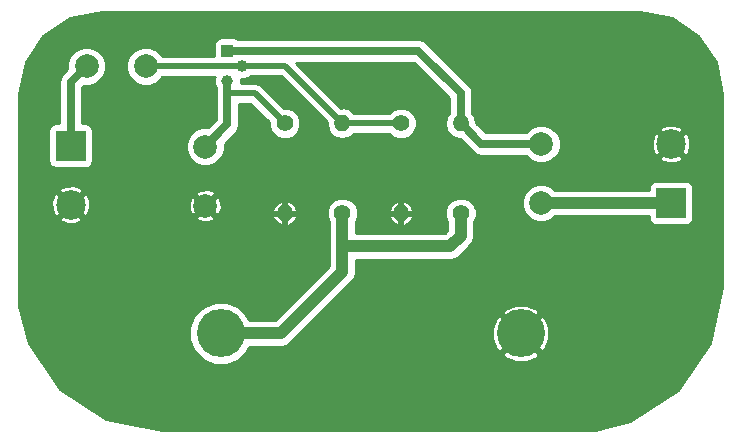
<source format=gbr>
G04 #@! TF.FileFunction,Copper,L2,Bot,Signal*
%FSLAX46Y46*%
G04 Gerber Fmt 4.6, Leading zero omitted, Abs format (unit mm)*
G04 Created by KiCad (PCBNEW 4.0.6) date 05/20/17 00:50:32*
%MOMM*%
%LPD*%
G01*
G04 APERTURE LIST*
%ADD10C,0.100000*%
%ADD11C,4.064000*%
%ADD12R,2.500000X2.500000*%
%ADD13C,2.500000*%
%ADD14C,1.000000*%
%ADD15R,1.000000X1.000000*%
%ADD16C,1.400000*%
%ADD17O,1.400000X1.400000*%
%ADD18C,2.000000*%
%ADD19C,0.700000*%
%ADD20C,0.500000*%
%ADD21C,1.000000*%
%ADD22C,0.250000*%
G04 APERTURE END LIST*
D10*
D11*
X154940000Y-104140000D03*
D12*
X116825000Y-88250000D03*
D13*
X116825000Y-93250000D03*
D12*
X167650000Y-93100000D03*
D13*
X167650000Y-88100000D03*
D14*
X131370000Y-81505000D03*
X130100000Y-82775000D03*
D15*
X130100000Y-80235000D03*
D16*
X144780000Y-86360000D03*
D17*
X144780000Y-93980000D03*
D16*
X149860000Y-93980000D03*
D17*
X149860000Y-86360000D03*
D16*
X134950000Y-86360000D03*
D17*
X134950000Y-93980000D03*
D16*
X139825000Y-93980000D03*
D17*
X139825000Y-86360000D03*
D11*
X129540000Y-104140000D03*
D18*
X118175000Y-81525000D03*
X123175000Y-81525000D03*
X128225000Y-88325000D03*
X128225000Y-93325000D03*
X156675000Y-88100000D03*
X156675000Y-93100000D03*
D19*
X116825000Y-88250000D02*
X116825000Y-82875000D01*
X116825000Y-82875000D02*
X118175000Y-81525000D01*
D20*
X144780000Y-86360000D02*
X139825000Y-86360000D01*
X131370000Y-81505000D02*
X134970000Y-81505000D01*
X134970000Y-81505000D02*
X139825000Y-86360000D01*
X123175000Y-81525000D02*
X131350000Y-81525000D01*
X131350000Y-81525000D02*
X131370000Y-81505000D01*
D19*
X130100000Y-86450000D02*
X130100000Y-83820000D01*
X130100000Y-83820000D02*
X130100000Y-82775000D01*
D20*
X132410000Y-83820000D02*
X130100000Y-83820000D01*
X134950000Y-86360000D02*
X132410000Y-83820000D01*
D19*
X128225000Y-88325000D02*
X130100000Y-86450000D01*
X146275000Y-80235000D02*
X149860000Y-83820000D01*
X149860000Y-83820000D02*
X149860000Y-86360000D01*
X130100000Y-80235000D02*
X146275000Y-80235000D01*
X151600000Y-88100000D02*
X149860000Y-86360000D01*
X156675000Y-88100000D02*
X151600000Y-88100000D01*
D21*
X156675000Y-93100000D02*
X167650000Y-93100000D01*
X139825000Y-96780000D02*
X148970000Y-96780000D01*
X148970000Y-96780000D02*
X149860000Y-95890000D01*
X149860000Y-95890000D02*
X149860000Y-93980000D01*
X139825000Y-96780000D02*
X139825000Y-98935000D01*
X139825000Y-93980000D02*
X139825000Y-96780000D01*
X139825000Y-98935000D02*
X134620000Y-104140000D01*
X134620000Y-104140000D02*
X129540000Y-104140000D01*
D22*
G36*
X167739799Y-77446959D02*
X169977713Y-78942284D01*
X171473041Y-81180200D01*
X172012000Y-83889732D01*
X172012000Y-100215791D01*
X170986137Y-104980226D01*
X168252320Y-108935549D01*
X164191450Y-111557494D01*
X161205654Y-112322000D01*
X124526974Y-112322000D01*
X119863543Y-111431765D01*
X115957504Y-108865239D01*
X113318963Y-104981641D01*
X113234666Y-104667776D01*
X126874539Y-104667776D01*
X127279406Y-105647629D01*
X128028428Y-106397959D01*
X129007573Y-106804536D01*
X130067776Y-106805461D01*
X131047629Y-106400594D01*
X131551320Y-105897781D01*
X153364652Y-105897781D01*
X153603841Y-106198534D01*
X154493316Y-106553163D01*
X155450796Y-106540410D01*
X156276159Y-106198534D01*
X156515348Y-105897781D01*
X154940000Y-104322434D01*
X153364652Y-105897781D01*
X131551320Y-105897781D01*
X131797959Y-105651572D01*
X131955156Y-105273000D01*
X134620000Y-105273000D01*
X135053581Y-105186756D01*
X135421152Y-104941152D01*
X136668988Y-103693316D01*
X152526837Y-103693316D01*
X152539590Y-104650796D01*
X152881466Y-105476159D01*
X153182219Y-105715348D01*
X154757566Y-104140000D01*
X155122434Y-104140000D01*
X156697781Y-105715348D01*
X156998534Y-105476159D01*
X157353163Y-104586684D01*
X157340410Y-103629204D01*
X156998534Y-102803841D01*
X156697781Y-102564652D01*
X155122434Y-104140000D01*
X154757566Y-104140000D01*
X153182219Y-102564652D01*
X152881466Y-102803841D01*
X152526837Y-103693316D01*
X136668988Y-103693316D01*
X137980085Y-102382219D01*
X153364652Y-102382219D01*
X154940000Y-103957566D01*
X156515348Y-102382219D01*
X156276159Y-102081466D01*
X155386684Y-101726837D01*
X154429204Y-101739590D01*
X153603841Y-102081466D01*
X153364652Y-102382219D01*
X137980085Y-102382219D01*
X140626152Y-99736152D01*
X140871756Y-99368581D01*
X140958000Y-98935000D01*
X140958000Y-97913000D01*
X148970000Y-97913000D01*
X149403581Y-97826756D01*
X149771152Y-97581152D01*
X150661152Y-96691152D01*
X150906756Y-96323581D01*
X150993000Y-95890000D01*
X150993000Y-94727407D01*
X151192768Y-94246313D01*
X151193231Y-93716013D01*
X151072325Y-93423399D01*
X155041718Y-93423399D01*
X155289803Y-94023812D01*
X155748772Y-94483582D01*
X156348751Y-94732716D01*
X156998399Y-94733282D01*
X157598812Y-94485197D01*
X157851449Y-94233000D01*
X165754599Y-94233000D01*
X165754599Y-94350000D01*
X165798737Y-94584576D01*
X165937372Y-94800019D01*
X166148903Y-94944553D01*
X166400000Y-94995401D01*
X168900000Y-94995401D01*
X169134576Y-94951263D01*
X169350019Y-94812628D01*
X169494553Y-94601097D01*
X169545401Y-94350000D01*
X169545401Y-91850000D01*
X169501263Y-91615424D01*
X169362628Y-91399981D01*
X169151097Y-91255447D01*
X168900000Y-91204599D01*
X166400000Y-91204599D01*
X166165424Y-91248737D01*
X165949981Y-91387372D01*
X165805447Y-91598903D01*
X165754599Y-91850000D01*
X165754599Y-91967000D01*
X157851373Y-91967000D01*
X157601228Y-91716418D01*
X157001249Y-91467284D01*
X156351601Y-91466718D01*
X155751188Y-91714803D01*
X155291418Y-92173772D01*
X155042284Y-92773751D01*
X155041718Y-93423399D01*
X151072325Y-93423399D01*
X150990721Y-93225903D01*
X150616070Y-92850597D01*
X150126313Y-92647232D01*
X149596013Y-92646769D01*
X149105903Y-92849279D01*
X148730597Y-93223930D01*
X148527232Y-93713687D01*
X148526769Y-94243987D01*
X148727000Y-94728581D01*
X148727000Y-95420696D01*
X148500696Y-95647000D01*
X140958000Y-95647000D01*
X140958000Y-94727407D01*
X141146119Y-94274366D01*
X143746074Y-94274366D01*
X143937426Y-94647625D01*
X144257052Y-94919244D01*
X144485636Y-95013913D01*
X144651000Y-94952734D01*
X144651000Y-94109000D01*
X144909000Y-94109000D01*
X144909000Y-94952734D01*
X145074364Y-95013913D01*
X145302948Y-94919244D01*
X145622574Y-94647625D01*
X145813926Y-94274366D01*
X145753496Y-94109000D01*
X144909000Y-94109000D01*
X144651000Y-94109000D01*
X143806504Y-94109000D01*
X143746074Y-94274366D01*
X141146119Y-94274366D01*
X141157768Y-94246313D01*
X141158231Y-93716013D01*
X141145679Y-93685634D01*
X143746074Y-93685634D01*
X143806504Y-93851000D01*
X144651000Y-93851000D01*
X144651000Y-93007266D01*
X144909000Y-93007266D01*
X144909000Y-93851000D01*
X145753496Y-93851000D01*
X145813926Y-93685634D01*
X145622574Y-93312375D01*
X145302948Y-93040756D01*
X145074364Y-92946087D01*
X144909000Y-93007266D01*
X144651000Y-93007266D01*
X144485636Y-92946087D01*
X144257052Y-93040756D01*
X143937426Y-93312375D01*
X143746074Y-93685634D01*
X141145679Y-93685634D01*
X140955721Y-93225903D01*
X140581070Y-92850597D01*
X140091313Y-92647232D01*
X139561013Y-92646769D01*
X139070903Y-92849279D01*
X138695597Y-93223930D01*
X138492232Y-93713687D01*
X138491769Y-94243987D01*
X138692000Y-94728581D01*
X138692000Y-98465696D01*
X134150696Y-103007000D01*
X131955388Y-103007000D01*
X131800594Y-102632371D01*
X131051572Y-101882041D01*
X130072427Y-101475464D01*
X129012224Y-101474539D01*
X128032371Y-101879406D01*
X127282041Y-102628428D01*
X126875464Y-103607573D01*
X126874539Y-104667776D01*
X113234666Y-104667776D01*
X112467628Y-101811880D01*
X112467978Y-94442715D01*
X115814718Y-94442715D01*
X115958456Y-94662163D01*
X116564829Y-94886280D01*
X117210810Y-94861288D01*
X117691544Y-94662163D01*
X117835282Y-94442715D01*
X117729304Y-94336737D01*
X127395697Y-94336737D01*
X127508821Y-94530204D01*
X128024549Y-94712534D01*
X128570794Y-94683624D01*
X128941179Y-94530204D01*
X129054303Y-94336737D01*
X128991932Y-94274366D01*
X133916074Y-94274366D01*
X134107426Y-94647625D01*
X134427052Y-94919244D01*
X134655636Y-95013913D01*
X134821000Y-94952734D01*
X134821000Y-94109000D01*
X135079000Y-94109000D01*
X135079000Y-94952734D01*
X135244364Y-95013913D01*
X135472948Y-94919244D01*
X135792574Y-94647625D01*
X135983926Y-94274366D01*
X135923496Y-94109000D01*
X135079000Y-94109000D01*
X134821000Y-94109000D01*
X133976504Y-94109000D01*
X133916074Y-94274366D01*
X128991932Y-94274366D01*
X128225000Y-93507434D01*
X127395697Y-94336737D01*
X117729304Y-94336737D01*
X116825000Y-93432434D01*
X115814718Y-94442715D01*
X112467978Y-94442715D01*
X112468000Y-93980034D01*
X112467997Y-93980017D01*
X112468000Y-93980000D01*
X112468000Y-92989829D01*
X115188720Y-92989829D01*
X115213712Y-93635810D01*
X115412837Y-94116544D01*
X115632285Y-94260282D01*
X116642566Y-93250000D01*
X117007434Y-93250000D01*
X118017715Y-94260282D01*
X118237163Y-94116544D01*
X118461280Y-93510171D01*
X118446361Y-93124549D01*
X126837466Y-93124549D01*
X126866376Y-93670794D01*
X127019796Y-94041179D01*
X127213263Y-94154303D01*
X128042566Y-93325000D01*
X128407434Y-93325000D01*
X129236737Y-94154303D01*
X129430204Y-94041179D01*
X129555903Y-93685634D01*
X133916074Y-93685634D01*
X133976504Y-93851000D01*
X134821000Y-93851000D01*
X134821000Y-93007266D01*
X135079000Y-93007266D01*
X135079000Y-93851000D01*
X135923496Y-93851000D01*
X135983926Y-93685634D01*
X135792574Y-93312375D01*
X135472948Y-93040756D01*
X135244364Y-92946087D01*
X135079000Y-93007266D01*
X134821000Y-93007266D01*
X134655636Y-92946087D01*
X134427052Y-93040756D01*
X134107426Y-93312375D01*
X133916074Y-93685634D01*
X129555903Y-93685634D01*
X129612534Y-93525451D01*
X129583624Y-92979206D01*
X129430204Y-92608821D01*
X129236737Y-92495697D01*
X128407434Y-93325000D01*
X128042566Y-93325000D01*
X127213263Y-92495697D01*
X127019796Y-92608821D01*
X126837466Y-93124549D01*
X118446361Y-93124549D01*
X118436288Y-92864190D01*
X118237163Y-92383456D01*
X118129998Y-92313263D01*
X127395697Y-92313263D01*
X128225000Y-93142566D01*
X129054303Y-92313263D01*
X128941179Y-92119796D01*
X128425451Y-91937466D01*
X127879206Y-91966376D01*
X127508821Y-92119796D01*
X127395697Y-92313263D01*
X118129998Y-92313263D01*
X118017715Y-92239718D01*
X117007434Y-93250000D01*
X116642566Y-93250000D01*
X115632285Y-92239718D01*
X115412837Y-92383456D01*
X115188720Y-92989829D01*
X112468000Y-92989829D01*
X112468000Y-92057285D01*
X115814718Y-92057285D01*
X116825000Y-93067566D01*
X117835282Y-92057285D01*
X117691544Y-91837837D01*
X117085171Y-91613720D01*
X116439190Y-91638712D01*
X115958456Y-91837837D01*
X115814718Y-92057285D01*
X112468000Y-92057285D01*
X112468000Y-87000000D01*
X114929599Y-87000000D01*
X114929599Y-89500000D01*
X114973737Y-89734576D01*
X115112372Y-89950019D01*
X115323903Y-90094553D01*
X115575000Y-90145401D01*
X118075000Y-90145401D01*
X118309576Y-90101263D01*
X118525019Y-89962628D01*
X118669553Y-89751097D01*
X118720401Y-89500000D01*
X118720401Y-87000000D01*
X118676263Y-86765424D01*
X118537628Y-86549981D01*
X118326097Y-86405447D01*
X118075000Y-86354599D01*
X117808000Y-86354599D01*
X117808000Y-83282172D01*
X117932383Y-83157789D01*
X118498399Y-83158282D01*
X119098812Y-82910197D01*
X119558582Y-82451228D01*
X119807716Y-81851249D01*
X119807718Y-81848399D01*
X121541718Y-81848399D01*
X121789803Y-82448812D01*
X122248772Y-82908582D01*
X122848751Y-83157716D01*
X123498399Y-83158282D01*
X124098812Y-82910197D01*
X124558582Y-82451228D01*
X124576532Y-82408000D01*
X129025597Y-82408000D01*
X128967197Y-82548644D01*
X128966804Y-82999379D01*
X129117000Y-83362883D01*
X129117000Y-86042828D01*
X128467617Y-86692211D01*
X127901601Y-86691718D01*
X127301188Y-86939803D01*
X126841418Y-87398772D01*
X126592284Y-87998751D01*
X126591718Y-88648399D01*
X126839803Y-89248812D01*
X127298772Y-89708582D01*
X127898751Y-89957716D01*
X128548399Y-89958282D01*
X129148812Y-89710197D01*
X129608582Y-89251228D01*
X129857716Y-88651249D01*
X129858212Y-88081960D01*
X130795086Y-87145086D01*
X131008174Y-86826178D01*
X131083000Y-86450000D01*
X131083000Y-84703000D01*
X132044250Y-84703000D01*
X133617073Y-86275824D01*
X133616769Y-86623987D01*
X133819279Y-87114097D01*
X134193930Y-87489403D01*
X134683687Y-87692768D01*
X135213987Y-87693231D01*
X135704097Y-87490721D01*
X136079403Y-87116070D01*
X136282768Y-86626313D01*
X136283231Y-86096013D01*
X136080721Y-85605903D01*
X135706070Y-85230597D01*
X135216313Y-85027232D01*
X134865677Y-85026926D01*
X133034375Y-83195625D01*
X132747910Y-83004214D01*
X132410000Y-82937000D01*
X131232859Y-82937000D01*
X131233120Y-82637881D01*
X131594379Y-82638196D01*
X132010955Y-82466071D01*
X132089162Y-82388000D01*
X134604250Y-82388000D01*
X138501645Y-86285395D01*
X138492000Y-86333885D01*
X138492000Y-86386115D01*
X138593469Y-86896232D01*
X138882427Y-87328688D01*
X139314883Y-87617646D01*
X139825000Y-87719115D01*
X140335117Y-87617646D01*
X140767573Y-87328688D01*
X140824828Y-87243000D01*
X143777957Y-87243000D01*
X144023930Y-87489403D01*
X144513687Y-87692768D01*
X145043987Y-87693231D01*
X145534097Y-87490721D01*
X145909403Y-87116070D01*
X146112768Y-86626313D01*
X146113231Y-86096013D01*
X145910721Y-85605903D01*
X145536070Y-85230597D01*
X145046313Y-85027232D01*
X144516013Y-85026769D01*
X144025903Y-85229279D01*
X143777749Y-85477000D01*
X140824828Y-85477000D01*
X140767573Y-85391312D01*
X140335117Y-85102354D01*
X139825000Y-85000885D01*
X139732946Y-85019196D01*
X135931750Y-81218000D01*
X145867828Y-81218000D01*
X148877000Y-84227172D01*
X148877000Y-85451815D01*
X148628469Y-85823768D01*
X148527000Y-86333885D01*
X148527000Y-86386115D01*
X148628469Y-86896232D01*
X148917427Y-87328688D01*
X149349883Y-87617646D01*
X149821231Y-87711403D01*
X150904914Y-88795086D01*
X151223822Y-89008174D01*
X151600000Y-89083000D01*
X155348888Y-89083000D01*
X155748772Y-89483582D01*
X156348751Y-89732716D01*
X156998399Y-89733282D01*
X157598812Y-89485197D01*
X157791629Y-89292715D01*
X166639718Y-89292715D01*
X166783456Y-89512163D01*
X167389829Y-89736280D01*
X168035810Y-89711288D01*
X168516544Y-89512163D01*
X168660282Y-89292715D01*
X167650000Y-88282434D01*
X166639718Y-89292715D01*
X157791629Y-89292715D01*
X158058582Y-89026228D01*
X158307716Y-88426249D01*
X158308226Y-87839829D01*
X166013720Y-87839829D01*
X166038712Y-88485810D01*
X166237837Y-88966544D01*
X166457285Y-89110282D01*
X167467566Y-88100000D01*
X167832434Y-88100000D01*
X168842715Y-89110282D01*
X169062163Y-88966544D01*
X169286280Y-88360171D01*
X169261288Y-87714190D01*
X169062163Y-87233456D01*
X168842715Y-87089718D01*
X167832434Y-88100000D01*
X167467566Y-88100000D01*
X166457285Y-87089718D01*
X166237837Y-87233456D01*
X166013720Y-87839829D01*
X158308226Y-87839829D01*
X158308282Y-87776601D01*
X158060197Y-87176188D01*
X157791763Y-86907285D01*
X166639718Y-86907285D01*
X167650000Y-87917566D01*
X168660282Y-86907285D01*
X168516544Y-86687837D01*
X167910171Y-86463720D01*
X167264190Y-86488712D01*
X166783456Y-86687837D01*
X166639718Y-86907285D01*
X157791763Y-86907285D01*
X157601228Y-86716418D01*
X157001249Y-86467284D01*
X156351601Y-86466718D01*
X155751188Y-86714803D01*
X155348289Y-87117000D01*
X152007172Y-87117000D01*
X151185288Y-86295116D01*
X151091531Y-85823768D01*
X150843000Y-85451815D01*
X150843000Y-83820000D01*
X150768174Y-83443822D01*
X150555086Y-83124914D01*
X146970086Y-79539914D01*
X146651178Y-79326826D01*
X146275000Y-79252000D01*
X131014359Y-79252000D01*
X130851097Y-79140447D01*
X130600000Y-79089599D01*
X129600000Y-79089599D01*
X129365424Y-79133737D01*
X129149981Y-79272372D01*
X129005447Y-79483903D01*
X128954599Y-79735000D01*
X128954599Y-80642000D01*
X124577060Y-80642000D01*
X124560197Y-80601188D01*
X124101228Y-80141418D01*
X123501249Y-79892284D01*
X122851601Y-79891718D01*
X122251188Y-80139803D01*
X121791418Y-80598772D01*
X121542284Y-81198751D01*
X121541718Y-81848399D01*
X119807718Y-81848399D01*
X119808282Y-81201601D01*
X119560197Y-80601188D01*
X119101228Y-80141418D01*
X118501249Y-79892284D01*
X117851601Y-79891718D01*
X117251188Y-80139803D01*
X116791418Y-80598772D01*
X116542284Y-81198751D01*
X116541788Y-81768040D01*
X116129914Y-82179914D01*
X115916826Y-82498822D01*
X115842000Y-82875000D01*
X115842000Y-86354599D01*
X115575000Y-86354599D01*
X115340424Y-86398737D01*
X115124981Y-86537372D01*
X114980447Y-86748903D01*
X114929599Y-87000000D01*
X112468000Y-87000000D01*
X112468000Y-83889732D01*
X113006959Y-81180201D01*
X114502284Y-78942287D01*
X116740200Y-77446959D01*
X119449732Y-76908000D01*
X165030268Y-76908000D01*
X167739799Y-77446959D01*
X167739799Y-77446959D01*
G37*
X167739799Y-77446959D02*
X169977713Y-78942284D01*
X171473041Y-81180200D01*
X172012000Y-83889732D01*
X172012000Y-100215791D01*
X170986137Y-104980226D01*
X168252320Y-108935549D01*
X164191450Y-111557494D01*
X161205654Y-112322000D01*
X124526974Y-112322000D01*
X119863543Y-111431765D01*
X115957504Y-108865239D01*
X113318963Y-104981641D01*
X113234666Y-104667776D01*
X126874539Y-104667776D01*
X127279406Y-105647629D01*
X128028428Y-106397959D01*
X129007573Y-106804536D01*
X130067776Y-106805461D01*
X131047629Y-106400594D01*
X131551320Y-105897781D01*
X153364652Y-105897781D01*
X153603841Y-106198534D01*
X154493316Y-106553163D01*
X155450796Y-106540410D01*
X156276159Y-106198534D01*
X156515348Y-105897781D01*
X154940000Y-104322434D01*
X153364652Y-105897781D01*
X131551320Y-105897781D01*
X131797959Y-105651572D01*
X131955156Y-105273000D01*
X134620000Y-105273000D01*
X135053581Y-105186756D01*
X135421152Y-104941152D01*
X136668988Y-103693316D01*
X152526837Y-103693316D01*
X152539590Y-104650796D01*
X152881466Y-105476159D01*
X153182219Y-105715348D01*
X154757566Y-104140000D01*
X155122434Y-104140000D01*
X156697781Y-105715348D01*
X156998534Y-105476159D01*
X157353163Y-104586684D01*
X157340410Y-103629204D01*
X156998534Y-102803841D01*
X156697781Y-102564652D01*
X155122434Y-104140000D01*
X154757566Y-104140000D01*
X153182219Y-102564652D01*
X152881466Y-102803841D01*
X152526837Y-103693316D01*
X136668988Y-103693316D01*
X137980085Y-102382219D01*
X153364652Y-102382219D01*
X154940000Y-103957566D01*
X156515348Y-102382219D01*
X156276159Y-102081466D01*
X155386684Y-101726837D01*
X154429204Y-101739590D01*
X153603841Y-102081466D01*
X153364652Y-102382219D01*
X137980085Y-102382219D01*
X140626152Y-99736152D01*
X140871756Y-99368581D01*
X140958000Y-98935000D01*
X140958000Y-97913000D01*
X148970000Y-97913000D01*
X149403581Y-97826756D01*
X149771152Y-97581152D01*
X150661152Y-96691152D01*
X150906756Y-96323581D01*
X150993000Y-95890000D01*
X150993000Y-94727407D01*
X151192768Y-94246313D01*
X151193231Y-93716013D01*
X151072325Y-93423399D01*
X155041718Y-93423399D01*
X155289803Y-94023812D01*
X155748772Y-94483582D01*
X156348751Y-94732716D01*
X156998399Y-94733282D01*
X157598812Y-94485197D01*
X157851449Y-94233000D01*
X165754599Y-94233000D01*
X165754599Y-94350000D01*
X165798737Y-94584576D01*
X165937372Y-94800019D01*
X166148903Y-94944553D01*
X166400000Y-94995401D01*
X168900000Y-94995401D01*
X169134576Y-94951263D01*
X169350019Y-94812628D01*
X169494553Y-94601097D01*
X169545401Y-94350000D01*
X169545401Y-91850000D01*
X169501263Y-91615424D01*
X169362628Y-91399981D01*
X169151097Y-91255447D01*
X168900000Y-91204599D01*
X166400000Y-91204599D01*
X166165424Y-91248737D01*
X165949981Y-91387372D01*
X165805447Y-91598903D01*
X165754599Y-91850000D01*
X165754599Y-91967000D01*
X157851373Y-91967000D01*
X157601228Y-91716418D01*
X157001249Y-91467284D01*
X156351601Y-91466718D01*
X155751188Y-91714803D01*
X155291418Y-92173772D01*
X155042284Y-92773751D01*
X155041718Y-93423399D01*
X151072325Y-93423399D01*
X150990721Y-93225903D01*
X150616070Y-92850597D01*
X150126313Y-92647232D01*
X149596013Y-92646769D01*
X149105903Y-92849279D01*
X148730597Y-93223930D01*
X148527232Y-93713687D01*
X148526769Y-94243987D01*
X148727000Y-94728581D01*
X148727000Y-95420696D01*
X148500696Y-95647000D01*
X140958000Y-95647000D01*
X140958000Y-94727407D01*
X141146119Y-94274366D01*
X143746074Y-94274366D01*
X143937426Y-94647625D01*
X144257052Y-94919244D01*
X144485636Y-95013913D01*
X144651000Y-94952734D01*
X144651000Y-94109000D01*
X144909000Y-94109000D01*
X144909000Y-94952734D01*
X145074364Y-95013913D01*
X145302948Y-94919244D01*
X145622574Y-94647625D01*
X145813926Y-94274366D01*
X145753496Y-94109000D01*
X144909000Y-94109000D01*
X144651000Y-94109000D01*
X143806504Y-94109000D01*
X143746074Y-94274366D01*
X141146119Y-94274366D01*
X141157768Y-94246313D01*
X141158231Y-93716013D01*
X141145679Y-93685634D01*
X143746074Y-93685634D01*
X143806504Y-93851000D01*
X144651000Y-93851000D01*
X144651000Y-93007266D01*
X144909000Y-93007266D01*
X144909000Y-93851000D01*
X145753496Y-93851000D01*
X145813926Y-93685634D01*
X145622574Y-93312375D01*
X145302948Y-93040756D01*
X145074364Y-92946087D01*
X144909000Y-93007266D01*
X144651000Y-93007266D01*
X144485636Y-92946087D01*
X144257052Y-93040756D01*
X143937426Y-93312375D01*
X143746074Y-93685634D01*
X141145679Y-93685634D01*
X140955721Y-93225903D01*
X140581070Y-92850597D01*
X140091313Y-92647232D01*
X139561013Y-92646769D01*
X139070903Y-92849279D01*
X138695597Y-93223930D01*
X138492232Y-93713687D01*
X138491769Y-94243987D01*
X138692000Y-94728581D01*
X138692000Y-98465696D01*
X134150696Y-103007000D01*
X131955388Y-103007000D01*
X131800594Y-102632371D01*
X131051572Y-101882041D01*
X130072427Y-101475464D01*
X129012224Y-101474539D01*
X128032371Y-101879406D01*
X127282041Y-102628428D01*
X126875464Y-103607573D01*
X126874539Y-104667776D01*
X113234666Y-104667776D01*
X112467628Y-101811880D01*
X112467978Y-94442715D01*
X115814718Y-94442715D01*
X115958456Y-94662163D01*
X116564829Y-94886280D01*
X117210810Y-94861288D01*
X117691544Y-94662163D01*
X117835282Y-94442715D01*
X117729304Y-94336737D01*
X127395697Y-94336737D01*
X127508821Y-94530204D01*
X128024549Y-94712534D01*
X128570794Y-94683624D01*
X128941179Y-94530204D01*
X129054303Y-94336737D01*
X128991932Y-94274366D01*
X133916074Y-94274366D01*
X134107426Y-94647625D01*
X134427052Y-94919244D01*
X134655636Y-95013913D01*
X134821000Y-94952734D01*
X134821000Y-94109000D01*
X135079000Y-94109000D01*
X135079000Y-94952734D01*
X135244364Y-95013913D01*
X135472948Y-94919244D01*
X135792574Y-94647625D01*
X135983926Y-94274366D01*
X135923496Y-94109000D01*
X135079000Y-94109000D01*
X134821000Y-94109000D01*
X133976504Y-94109000D01*
X133916074Y-94274366D01*
X128991932Y-94274366D01*
X128225000Y-93507434D01*
X127395697Y-94336737D01*
X117729304Y-94336737D01*
X116825000Y-93432434D01*
X115814718Y-94442715D01*
X112467978Y-94442715D01*
X112468000Y-93980034D01*
X112467997Y-93980017D01*
X112468000Y-93980000D01*
X112468000Y-92989829D01*
X115188720Y-92989829D01*
X115213712Y-93635810D01*
X115412837Y-94116544D01*
X115632285Y-94260282D01*
X116642566Y-93250000D01*
X117007434Y-93250000D01*
X118017715Y-94260282D01*
X118237163Y-94116544D01*
X118461280Y-93510171D01*
X118446361Y-93124549D01*
X126837466Y-93124549D01*
X126866376Y-93670794D01*
X127019796Y-94041179D01*
X127213263Y-94154303D01*
X128042566Y-93325000D01*
X128407434Y-93325000D01*
X129236737Y-94154303D01*
X129430204Y-94041179D01*
X129555903Y-93685634D01*
X133916074Y-93685634D01*
X133976504Y-93851000D01*
X134821000Y-93851000D01*
X134821000Y-93007266D01*
X135079000Y-93007266D01*
X135079000Y-93851000D01*
X135923496Y-93851000D01*
X135983926Y-93685634D01*
X135792574Y-93312375D01*
X135472948Y-93040756D01*
X135244364Y-92946087D01*
X135079000Y-93007266D01*
X134821000Y-93007266D01*
X134655636Y-92946087D01*
X134427052Y-93040756D01*
X134107426Y-93312375D01*
X133916074Y-93685634D01*
X129555903Y-93685634D01*
X129612534Y-93525451D01*
X129583624Y-92979206D01*
X129430204Y-92608821D01*
X129236737Y-92495697D01*
X128407434Y-93325000D01*
X128042566Y-93325000D01*
X127213263Y-92495697D01*
X127019796Y-92608821D01*
X126837466Y-93124549D01*
X118446361Y-93124549D01*
X118436288Y-92864190D01*
X118237163Y-92383456D01*
X118129998Y-92313263D01*
X127395697Y-92313263D01*
X128225000Y-93142566D01*
X129054303Y-92313263D01*
X128941179Y-92119796D01*
X128425451Y-91937466D01*
X127879206Y-91966376D01*
X127508821Y-92119796D01*
X127395697Y-92313263D01*
X118129998Y-92313263D01*
X118017715Y-92239718D01*
X117007434Y-93250000D01*
X116642566Y-93250000D01*
X115632285Y-92239718D01*
X115412837Y-92383456D01*
X115188720Y-92989829D01*
X112468000Y-92989829D01*
X112468000Y-92057285D01*
X115814718Y-92057285D01*
X116825000Y-93067566D01*
X117835282Y-92057285D01*
X117691544Y-91837837D01*
X117085171Y-91613720D01*
X116439190Y-91638712D01*
X115958456Y-91837837D01*
X115814718Y-92057285D01*
X112468000Y-92057285D01*
X112468000Y-87000000D01*
X114929599Y-87000000D01*
X114929599Y-89500000D01*
X114973737Y-89734576D01*
X115112372Y-89950019D01*
X115323903Y-90094553D01*
X115575000Y-90145401D01*
X118075000Y-90145401D01*
X118309576Y-90101263D01*
X118525019Y-89962628D01*
X118669553Y-89751097D01*
X118720401Y-89500000D01*
X118720401Y-87000000D01*
X118676263Y-86765424D01*
X118537628Y-86549981D01*
X118326097Y-86405447D01*
X118075000Y-86354599D01*
X117808000Y-86354599D01*
X117808000Y-83282172D01*
X117932383Y-83157789D01*
X118498399Y-83158282D01*
X119098812Y-82910197D01*
X119558582Y-82451228D01*
X119807716Y-81851249D01*
X119807718Y-81848399D01*
X121541718Y-81848399D01*
X121789803Y-82448812D01*
X122248772Y-82908582D01*
X122848751Y-83157716D01*
X123498399Y-83158282D01*
X124098812Y-82910197D01*
X124558582Y-82451228D01*
X124576532Y-82408000D01*
X129025597Y-82408000D01*
X128967197Y-82548644D01*
X128966804Y-82999379D01*
X129117000Y-83362883D01*
X129117000Y-86042828D01*
X128467617Y-86692211D01*
X127901601Y-86691718D01*
X127301188Y-86939803D01*
X126841418Y-87398772D01*
X126592284Y-87998751D01*
X126591718Y-88648399D01*
X126839803Y-89248812D01*
X127298772Y-89708582D01*
X127898751Y-89957716D01*
X128548399Y-89958282D01*
X129148812Y-89710197D01*
X129608582Y-89251228D01*
X129857716Y-88651249D01*
X129858212Y-88081960D01*
X130795086Y-87145086D01*
X131008174Y-86826178D01*
X131083000Y-86450000D01*
X131083000Y-84703000D01*
X132044250Y-84703000D01*
X133617073Y-86275824D01*
X133616769Y-86623987D01*
X133819279Y-87114097D01*
X134193930Y-87489403D01*
X134683687Y-87692768D01*
X135213987Y-87693231D01*
X135704097Y-87490721D01*
X136079403Y-87116070D01*
X136282768Y-86626313D01*
X136283231Y-86096013D01*
X136080721Y-85605903D01*
X135706070Y-85230597D01*
X135216313Y-85027232D01*
X134865677Y-85026926D01*
X133034375Y-83195625D01*
X132747910Y-83004214D01*
X132410000Y-82937000D01*
X131232859Y-82937000D01*
X131233120Y-82637881D01*
X131594379Y-82638196D01*
X132010955Y-82466071D01*
X132089162Y-82388000D01*
X134604250Y-82388000D01*
X138501645Y-86285395D01*
X138492000Y-86333885D01*
X138492000Y-86386115D01*
X138593469Y-86896232D01*
X138882427Y-87328688D01*
X139314883Y-87617646D01*
X139825000Y-87719115D01*
X140335117Y-87617646D01*
X140767573Y-87328688D01*
X140824828Y-87243000D01*
X143777957Y-87243000D01*
X144023930Y-87489403D01*
X144513687Y-87692768D01*
X145043987Y-87693231D01*
X145534097Y-87490721D01*
X145909403Y-87116070D01*
X146112768Y-86626313D01*
X146113231Y-86096013D01*
X145910721Y-85605903D01*
X145536070Y-85230597D01*
X145046313Y-85027232D01*
X144516013Y-85026769D01*
X144025903Y-85229279D01*
X143777749Y-85477000D01*
X140824828Y-85477000D01*
X140767573Y-85391312D01*
X140335117Y-85102354D01*
X139825000Y-85000885D01*
X139732946Y-85019196D01*
X135931750Y-81218000D01*
X145867828Y-81218000D01*
X148877000Y-84227172D01*
X148877000Y-85451815D01*
X148628469Y-85823768D01*
X148527000Y-86333885D01*
X148527000Y-86386115D01*
X148628469Y-86896232D01*
X148917427Y-87328688D01*
X149349883Y-87617646D01*
X149821231Y-87711403D01*
X150904914Y-88795086D01*
X151223822Y-89008174D01*
X151600000Y-89083000D01*
X155348888Y-89083000D01*
X155748772Y-89483582D01*
X156348751Y-89732716D01*
X156998399Y-89733282D01*
X157598812Y-89485197D01*
X157791629Y-89292715D01*
X166639718Y-89292715D01*
X166783456Y-89512163D01*
X167389829Y-89736280D01*
X168035810Y-89711288D01*
X168516544Y-89512163D01*
X168660282Y-89292715D01*
X167650000Y-88282434D01*
X166639718Y-89292715D01*
X157791629Y-89292715D01*
X158058582Y-89026228D01*
X158307716Y-88426249D01*
X158308226Y-87839829D01*
X166013720Y-87839829D01*
X166038712Y-88485810D01*
X166237837Y-88966544D01*
X166457285Y-89110282D01*
X167467566Y-88100000D01*
X167832434Y-88100000D01*
X168842715Y-89110282D01*
X169062163Y-88966544D01*
X169286280Y-88360171D01*
X169261288Y-87714190D01*
X169062163Y-87233456D01*
X168842715Y-87089718D01*
X167832434Y-88100000D01*
X167467566Y-88100000D01*
X166457285Y-87089718D01*
X166237837Y-87233456D01*
X166013720Y-87839829D01*
X158308226Y-87839829D01*
X158308282Y-87776601D01*
X158060197Y-87176188D01*
X157791763Y-86907285D01*
X166639718Y-86907285D01*
X167650000Y-87917566D01*
X168660282Y-86907285D01*
X168516544Y-86687837D01*
X167910171Y-86463720D01*
X167264190Y-86488712D01*
X166783456Y-86687837D01*
X166639718Y-86907285D01*
X157791763Y-86907285D01*
X157601228Y-86716418D01*
X157001249Y-86467284D01*
X156351601Y-86466718D01*
X155751188Y-86714803D01*
X155348289Y-87117000D01*
X152007172Y-87117000D01*
X151185288Y-86295116D01*
X151091531Y-85823768D01*
X150843000Y-85451815D01*
X150843000Y-83820000D01*
X150768174Y-83443822D01*
X150555086Y-83124914D01*
X146970086Y-79539914D01*
X146651178Y-79326826D01*
X146275000Y-79252000D01*
X131014359Y-79252000D01*
X130851097Y-79140447D01*
X130600000Y-79089599D01*
X129600000Y-79089599D01*
X129365424Y-79133737D01*
X129149981Y-79272372D01*
X129005447Y-79483903D01*
X128954599Y-79735000D01*
X128954599Y-80642000D01*
X124577060Y-80642000D01*
X124560197Y-80601188D01*
X124101228Y-80141418D01*
X123501249Y-79892284D01*
X122851601Y-79891718D01*
X122251188Y-80139803D01*
X121791418Y-80598772D01*
X121542284Y-81198751D01*
X121541718Y-81848399D01*
X119807718Y-81848399D01*
X119808282Y-81201601D01*
X119560197Y-80601188D01*
X119101228Y-80141418D01*
X118501249Y-79892284D01*
X117851601Y-79891718D01*
X117251188Y-80139803D01*
X116791418Y-80598772D01*
X116542284Y-81198751D01*
X116541788Y-81768040D01*
X116129914Y-82179914D01*
X115916826Y-82498822D01*
X115842000Y-82875000D01*
X115842000Y-86354599D01*
X115575000Y-86354599D01*
X115340424Y-86398737D01*
X115124981Y-86537372D01*
X114980447Y-86748903D01*
X114929599Y-87000000D01*
X112468000Y-87000000D01*
X112468000Y-83889732D01*
X113006959Y-81180201D01*
X114502284Y-78942287D01*
X116740200Y-77446959D01*
X119449732Y-76908000D01*
X165030268Y-76908000D01*
X167739799Y-77446959D01*
M02*

</source>
